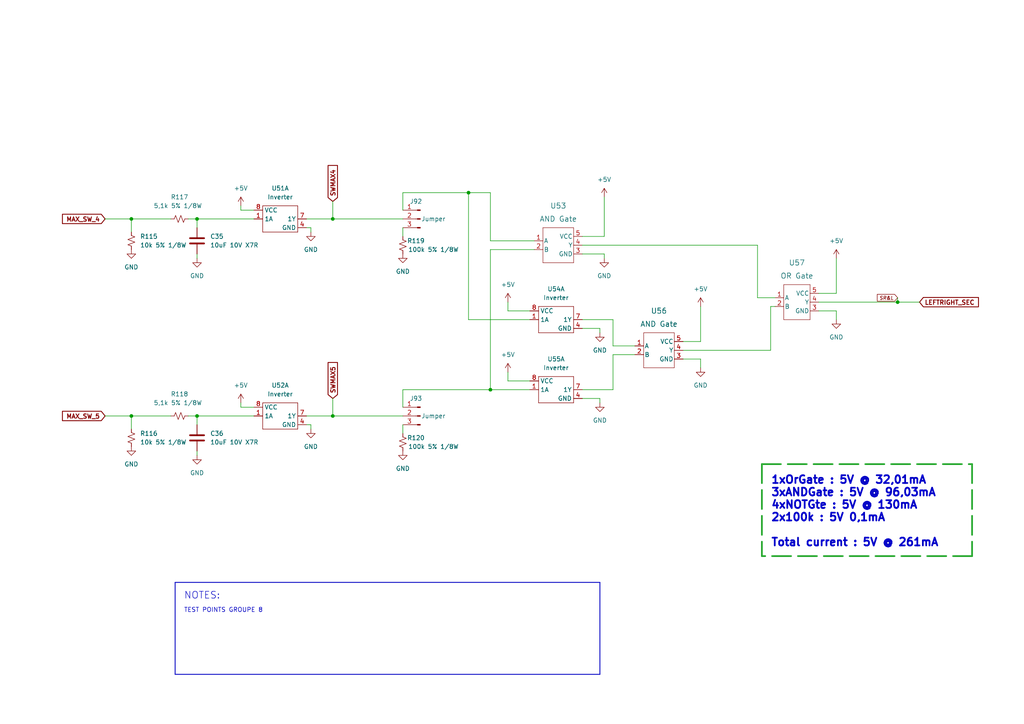
<source format=kicad_sch>
(kicad_sch (version 20211123) (generator eeschema)
  (paper "A4")
  (lib_symbols
    (symbol "Connector:Conn_01x03_Male" (pin_names (offset 1.016) hide)
      (property "Reference" "J" (at 0 5.08 0))
      (property "Value" "Conn_01x03_Male" (at 0 -5.08 0))
      (symbol "Conn_01x03_Male_1_1"
        (polyline (pts (xy 1.27 -2.54) (xy 0.8636 -2.54)) (stroke (width 0.1524)))
        (polyline (pts (xy 1.27 0) (xy 0.8636 0)) (stroke (width 0.1524)))
        (polyline (pts (xy 1.27 2.54) (xy 0.8636 2.54)) (stroke (width 0.1524)))
        (rectangle (start 0.8636 -2.413) (end 0 -2.667) (stroke (width 0.1524)) (fill (type outline)))
        (rectangle (start 0.8636 0.127) (end 0 -0.127) (stroke (width 0.1524)) (fill (type outline)))
        (rectangle (start 0.8636 2.667) (end 0 2.413) (stroke (width 0.1524)) (fill (type outline)))
        (pin passive line (at 5.08 2.54 180) (length 3.81) (name "Pin_1") (number "1"))
        (pin passive line (at 5.08 0 180) (length 3.81) (name "Pin_2") (number "2"))
        (pin passive line (at 5.08 -2.54 180) (length 3.81) (name "Pin_3") (number "3"))
      )
    )
    (symbol "Device:C" (pin_numbers hide) (pin_names (offset 0.254))
      (property "Reference" "C" (at 0.635 2.54 0))
      (property "Value" "C" (at 0.635 -2.54 0))
      (symbol "C_0_1"
        (polyline (pts (xy -2.032 -0.762) (xy 2.032 -0.762)) (stroke (width 0.508)))
        (polyline (pts (xy -2.032 0.762) (xy 2.032 0.762)) (stroke (width 0.508)))
      )
      (symbol "C_1_1"
        (pin passive line (at 0 3.81 270) (length 2.794) (name "~") (number "1"))
        (pin passive line (at 0 -3.81 90) (length 2.794) (name "~") (number "2"))
      )
    )
    (symbol "Device:R_Small_US" (pin_numbers hide) (pin_names (offset 0.254) hide)
      (property "Reference" "R" (at 0.762 0.508 0))
      (property "Value" "R_Small_US" (at 0.762 -1.016 0))
      (symbol "R_Small_US_1_1"
        (polyline (pts (xy 0 0) (xy 1.016 -0.381) (xy 0 -0.762) (xy -1.016 -1.143) (xy 0 -1.524)))
        (polyline (pts (xy 0 1.524) (xy 1.016 1.143) (xy 0 0.762) (xy -1.016 0.381) (xy 0 0)))
        (pin passive line (at 0 2.54 270) (length 1.016) (name "~") (number "1"))
        (pin passive line (at 0 -2.54 90) (length 1.016) (name "~") (number "2"))
      )
    )
    (symbol "SymLib:SN74LVC1G08DBVR" (pin_names (offset 0.254))
      (property "Reference" "U" (at 25.4 10.16 0))
      (property "Value" "SN74LVC1G08DBVR" (at 25.4 7.62 0))
      (symbol "SN74LVC1G08DBVR_0_1"
        (polyline (pts (xy 20.32 -7.62) (xy 29.21 -7.62)) (stroke (width 0.127)))
        (polyline (pts (xy 20.32 2.54) (xy 20.32 -7.62)) (stroke (width 0.127)))
        (polyline (pts (xy 29.21 -7.62) (xy 29.21 2.54)) (stroke (width 0.127)))
        (polyline (pts (xy 29.21 2.54) (xy 20.32 2.54)) (stroke (width 0.127)))
        (pin input line (at 17.78 -1.27 0) (length 2.54) (name "A") (number "1"))
        (pin input line (at 17.78 -3.81 0) (length 2.54) (name "B") (number "2"))
        (pin power_in line (at 31.75 -5.08 180) (length 2.54) (name "GND") (number "3"))
        (pin output line (at 31.75 -2.54 180) (length 2.54) (name "Y") (number "4"))
        (pin power_in line (at 31.75 0 180) (length 2.54) (name "VCC") (number "5"))
      )
    )
    (symbol "SymLib:SN74LVC1G32DBVR" (pin_names (offset 0.254))
      (property "Reference" "U" (at 25.4 10.16 0))
      (property "Value" "SN74LVC1G32DBVR" (at 25.4 7.62 0))
      (symbol "SN74LVC1G32DBVR_0_1"
        (polyline (pts (xy 21.59 -7.62) (xy 29.21 -7.62)) (stroke (width 0.127)))
        (polyline (pts (xy 21.59 2.54) (xy 21.59 -7.62)) (stroke (width 0.127)))
        (polyline (pts (xy 29.21 -7.62) (xy 29.21 2.54)) (stroke (width 0.127)))
        (polyline (pts (xy 29.21 2.54) (xy 21.59 2.54)) (stroke (width 0.127)))
        (pin input line (at 19.05 -1.27 0) (length 2.54) (name "A") (number "1"))
        (pin input line (at 19.05 -3.81 0) (length 2.54) (name "B") (number "2"))
        (pin power_in line (at 31.75 -5.08 180) (length 2.54) (name "GND") (number "3"))
        (pin output line (at 31.75 -2.54 180) (length 2.54) (name "Y") (number "4"))
        (pin power_in line (at 31.75 0 180) (length 2.54) (name "VCC") (number "5"))
      )
    )
    (symbol "SymLib:SN74LVC3G14DCUT_V2"
      (property "Reference" "U" (at -3.81 5.08 0))
      (property "Value" "SN74LVC3G14DCUT_V2" (at 0 -5.08 0))
      (symbol "SN74LVC3G14DCUT_V2_0_1"
        (rectangle (start -5.08 -3.81) (end 5.08 -3.81))
        (rectangle (start -5.08 3.81) (end -5.08 -3.81))
        (rectangle (start -5.08 3.81) (end 5.08 3.81))
        (rectangle (start 5.08 3.81) (end 5.08 -3.81))
      )
      (symbol "SN74LVC3G14DCUT_V2_1_1"
        (pin bidirectional line (at -7.62 0 0) (length 2.54) (name "1A") (number "1"))
        (pin bidirectional line (at 7.62 -2.54 180) (length 2.54) (name "GND") (number "4"))
        (pin output line (at 7.62 0 180) (length 2.54) (name "1Y") (number "7"))
        (pin bidirectional line (at -7.62 2.54 0) (length 2.54) (name "VCC") (number "8"))
      )
      (symbol "SN74LVC3G14DCUT_V2_2_1"
        (pin bidirectional line (at -7.62 0 0) (length 2.54) (name "2A") (number "3"))
        (pin output line (at 7.62 0 180) (length 2.54) (name "2Y") (number "5"))
      )
      (symbol "SN74LVC3G14DCUT_V2_3_1"
        (pin output line (at 7.62 0 180) (length 2.54) (name "3Y") (number "2"))
        (pin bidirectional line (at -7.62 0 0) (length 2.54) (name "3A") (number "6"))
      )
    )
    (symbol "power:+5V" (power) (pin_names (offset 0))
      (property "Value" "+5V" (at 0 3.556 0))
      (symbol "+5V_0_1"
        (polyline (pts (xy -0.762 1.27) (xy 0 2.54)))
        (polyline (pts (xy 0 0) (xy 0 2.54)))
        (polyline (pts (xy 0 2.54) (xy 0.762 1.27)))
      )
      (symbol "+5V_1_1"
        (pin power_in line (at 0 0 90) (length 0) hide (name "+5V") (number "1"))
      )
    )
    (symbol "power:GND" (power) (pin_names (offset 0))
      (property "Value" "GND" (at 0 -3.81 0))
      (symbol "GND_0_1"
        (polyline (pts (xy 0 0) (xy 0 -1.27) (xy 1.27 -1.27) (xy 0 -2.54) (xy -1.27 -1.27) (xy 0 -1.27)))
      )
      (symbol "GND_1_1"
        (pin power_in line (at 0 0 270) (length 0) hide (name "GND") (number "1"))
      )
    )
  )
  (junction (at 57.15 63.5))
  (junction (at 96.52 120.65))
  (junction (at 38.1 63.5))
  (junction (at 260.35 87.63))
  (junction (at 135.89 55.88))
  (junction (at 38.1 120.65))
  (junction (at 96.52 63.5))
  (junction (at 142.24 113.03))
  (junction (at 57.15 120.65))
  (wire (pts (xy 135.89 55.88) (xy 142.24 55.88)))
  (wire (pts (xy 88.9 63.5) (xy 96.52 63.5)))
  (wire (pts (xy 203.2 104.14) (xy 198.12 104.14)))
  (wire (pts (xy 69.85 116.84) (xy 69.85 118.11)))
  (wire (pts (xy 168.91 92.71) (xy 177.8 92.71)))
  (wire (pts (xy 142.24 113.03) (xy 153.67 113.03)))
  (wire (pts (xy 69.85 59.69) (xy 69.85 60.96)))
  (wire (pts (xy 96.52 115.57) (xy 96.52 120.65)))
  (wire (pts (xy 173.99 95.25) (xy 173.99 96.52)))
  (wire (pts (xy 57.15 73.66) (xy 57.15 74.93)))
  (wire (pts (xy 88.9 66.04) (xy 90.17 66.04)))
  (wire (pts (xy 116.84 55.88) (xy 135.89 55.88)))
  (wire (pts (xy 203.2 88.9) (xy 203.2 99.06)))
  (wire (pts (xy 96.52 120.65) (xy 116.84 120.65)))
  (polyline (pts (xy 220.98 134.62) (xy 281.94 134.62)) (stroke (width 0.5) (type dash) (color 37 168 45 1)))
  (polyline (pts (xy 173.99 195.58) (xy 50.8 195.58)) (stroke (width 0.25) (type solid)))
  (wire (pts (xy 242.57 85.09) (xy 237.49 85.09)))
  (wire (pts (xy 88.9 123.19) (xy 90.17 123.19)))
  (wire (pts (xy 177.8 100.33) (xy 184.15 100.33)))
  (wire (pts (xy 116.84 66.04) (xy 116.84 68.58)))
  (wire (pts (xy 135.89 55.88) (xy 135.89 92.71)))
  (wire (pts (xy 57.15 130.81) (xy 57.15 132.08)))
  (wire (pts (xy 242.57 92.71) (xy 242.57 90.17)))
  (wire (pts (xy 135.89 92.71) (xy 153.67 92.71)))
  (wire (pts (xy 142.24 69.85) (xy 154.94 69.85)))
  (wire (pts (xy 168.91 115.57) (xy 173.99 115.57)))
  (wire (pts (xy 88.9 120.65) (xy 96.52 120.65)))
  (wire (pts (xy 30.48 120.65) (xy 38.1 120.65)))
  (wire (pts (xy 57.15 63.5) (xy 73.66 63.5)))
  (wire (pts (xy 177.8 113.03) (xy 177.8 102.87)))
  (polyline (pts (xy 220.98 134.62) (xy 220.98 161.29)) (stroke (width 0.5) (type dash) (color 37 168 45 1)))
  (wire (pts (xy 116.84 118.11) (xy 116.84 113.03)))
  (polyline (pts (xy 281.94 134.62) (xy 281.94 161.29)) (stroke (width 0.5) (type dash) (color 37 168 45 1)))
  (polyline (pts (xy 50.8 168.91) (xy 50.8 195.58)) (stroke (width 0.25) (type solid)))
  (wire (pts (xy 90.17 67.31) (xy 90.17 66.04)))
  (wire (pts (xy 224.79 88.9) (xy 223.52 88.9)))
  (wire (pts (xy 219.71 86.36) (xy 224.79 86.36)))
  (wire (pts (xy 96.52 63.5) (xy 116.84 63.5)))
  (wire (pts (xy 242.57 74.93) (xy 242.57 85.09)))
  (wire (pts (xy 38.1 63.5) (xy 38.1 67.31)))
  (wire (pts (xy 38.1 120.65) (xy 38.1 124.46)))
  (wire (pts (xy 147.32 90.17) (xy 153.67 90.17)))
  (wire (pts (xy 147.32 107.95) (xy 147.32 110.49)))
  (polyline (pts (xy 281.94 161.29) (xy 220.98 161.29)) (stroke (width 0.5) (type dash) (color 37 168 45 1)))
  (wire (pts (xy 177.8 92.71) (xy 177.8 100.33)))
  (wire (pts (xy 142.24 72.39) (xy 154.94 72.39)))
  (wire (pts (xy 242.57 90.17) (xy 237.49 90.17)))
  (wire (pts (xy 90.17 124.46) (xy 90.17 123.19)))
  (wire (pts (xy 116.84 60.96) (xy 116.84 55.88)))
  (wire (pts (xy 57.15 120.65) (xy 54.61 120.65)))
  (wire (pts (xy 168.91 71.12) (xy 219.71 71.12)))
  (wire (pts (xy 38.1 63.5) (xy 49.53 63.5)))
  (wire (pts (xy 168.91 95.25) (xy 173.99 95.25)))
  (wire (pts (xy 96.52 58.42) (xy 96.52 63.5)))
  (wire (pts (xy 38.1 120.65) (xy 49.53 120.65)))
  (wire (pts (xy 30.48 63.5) (xy 38.1 63.5)))
  (wire (pts (xy 175.26 57.15) (xy 175.26 68.58)))
  (wire (pts (xy 57.15 63.5) (xy 57.15 66.04)))
  (wire (pts (xy 177.8 102.87) (xy 184.15 102.87)))
  (wire (pts (xy 173.99 115.57) (xy 173.99 116.84)))
  (wire (pts (xy 73.66 60.96) (xy 69.85 60.96)))
  (wire (pts (xy 219.71 71.12) (xy 219.71 86.36)))
  (wire (pts (xy 168.91 73.66) (xy 175.26 73.66)))
  (wire (pts (xy 223.52 88.9) (xy 223.52 101.6)))
  (wire (pts (xy 203.2 99.06) (xy 198.12 99.06)))
  (wire (pts (xy 223.52 101.6) (xy 198.12 101.6)))
  (wire (pts (xy 175.26 73.66) (xy 175.26 74.93)))
  (wire (pts (xy 203.2 106.68) (xy 203.2 104.14)))
  (wire (pts (xy 57.15 63.5) (xy 54.61 63.5)))
  (wire (pts (xy 168.91 113.03) (xy 177.8 113.03)))
  (wire (pts (xy 142.24 55.88) (xy 142.24 69.85)))
  (polyline (pts (xy 50.8 168.91) (xy 173.99 168.91)) (stroke (width 0.25) (type solid)))
  (wire (pts (xy 57.15 120.65) (xy 73.66 120.65)))
  (wire (pts (xy 116.84 123.19) (xy 116.84 125.73)))
  (wire (pts (xy 260.35 86.36) (xy 260.35 87.63)))
  (wire (pts (xy 116.84 113.03) (xy 142.24 113.03)))
  (wire (pts (xy 175.26 68.58) (xy 168.91 68.58)))
  (wire (pts (xy 142.24 113.03) (xy 142.24 72.39)))
  (polyline (pts (xy 173.99 168.91) (xy 173.99 195.58)) (stroke (width 0.25) (type solid)))
  (wire (pts (xy 73.66 118.11) (xy 69.85 118.11)))
  (wire (pts (xy 237.49 87.63) (xy 260.35 87.63)))
  (wire (pts (xy 147.32 87.63) (xy 147.32 90.17)))
  (wire (pts (xy 147.32 110.49) (xy 153.67 110.49)))
  (wire (pts (xy 57.15 120.65) (xy 57.15 123.19)))
  (wire (pts (xy 260.35 87.63) (xy 266.7 87.63)))
  (text "NOTES:" (at 53.34 173.99 0) (effects (font (size 2 2)) (justify left bottom)))
  (text "1xOrGate : 5V @ 32,01mA\n3xANDGate : 5V @ 96,03mA\n4xNOTGte : 5V @ 130mA\n2x100k : 5V 0,1mA\n\nTotal current : 5V @ 261mA" (at 223.52 158.75 0) (effects (font (size 2.25 2.25) (thickness 0.5) bold) (justify left bottom)))
  (text "TEST POINTS GROUPE 8" (at 53.34 177.8 0) (effects (font (size 1.27 1.27)) (justify left bottom)))
  (global_label "MAX_SW_5" (shape input) (at 30.48 120.65 180) (effects (font (thickness 0.254) bold)) (property "Intersheet References" "${INTERSHEET_REFS}" (effects hide)))
  (global_label "MAX_SW_4" (shape input) (at 30.48 63.5 180) (effects (font (thickness 0.254) bold)) (property "Intersheet References" "${INTERSHEET_REFS}" (effects hide)))
  (global_label "SWMAX4" (shape input) (at 96.52 58.42 90) (effects (font (thickness 0.254) bold)) (property "Intersheet References" "${INTERSHEET_REFS}" (effects hide)))
  (global_label "LEFTRIGHT_SEC" (shape input) (at 266.7 87.63 0) (effects (font (thickness 0.254) bold)) (property "Intersheet References" "${INTERSHEET_REFS}" (effects hide)))
  (global_label "SR&L" (shape input) (at 260.35 86.36 180) (effects (font (size 1 1) italic)) (property "Intersheet References" "${INTERSHEET_REFS}" (effects hide)))
  (global_label "SWMAX5" (shape input) (at 96.52 115.57 90) (effects (font (thickness 0.254) bold)) (property "Intersheet References" "${INTERSHEET_REFS}" (effects hide)))
  (symbol (lib_id "Device:C") (at 57.15 127 0) (unit 1)
    (property "Reference" "C36" (at 60.96 125.7299 0) (effects (justify left)))
    (property "Value" "10uF 10V X7R" (at 60.96 128.2699 0) (effects (justify left)))
    (property "Footprint" "Capacitor_SMD:C_0805_2012Metric" (effects hide))
    (property "MANUFACTURER" "Murata Electronics" (effects hide))
    (property "PACKAGE" "0805 (2012 Metric)" (effects hide))
    (property "PART NUMBER" "GRM21BR71A106KA73L" (effects hide))
    (property "TYPE" "SMD" (effects hide))
    (property "DESCRIPTION" "10 µF ±10% 10V Ceramic Capacitor X7R 0805 (2012 Metric)" (effects hide))
  )
  (symbol (lib_id "power:GND") (at 57.15 132.08 0) (unit 1)
    (property "Reference" "#PWR0333" (effects hide))
    (property "Value" "GND" (at 57.15 137.16 0))
  )
  (symbol (lib_id "power:+5V") (at 242.57 74.93 0) (unit 1)
    (property "Reference" "#PWR0348" (effects hide))
    (property "Value" "+5V" (at 242.57 69.85 0))
  )
  (symbol (lib_id "SymLib:SN74LVC1G08DBVR") (at 137.16 68.58 0) (unit 1)
    (property "Reference" "U53" (at 161.925 59.69 0) (effects (font (size 1.524 1.524))))
    (property "Value" "AND Gate" (at 161.925 63.5 0) (effects (font (size 1.524 1.524))))
    (property "Footprint" "FootPrint:SOT95P270X145-5N" (effects hide))
    (property "DESCRIPTION" "AND Gate IC 1 Channel SOT-23-5" (effects hide))
    (property "MANUFACTURER" "Texas Instruments" (effects hide))
    (property "PACKAGE" "SC-74A, SOT-753" (effects hide))
    (property "PART NUMBER" "SN74LVC1G08DBVR" (effects hide))
    (property "TYPE" "SMD" (effects hide))
  )
  (symbol (lib_id "power:+5V") (at 147.32 87.63 0) (unit 1)
    (property "Reference" "#PWR0340" (effects hide))
    (property "Value" "+5V" (at 147.32 82.55 0))
  )
  (symbol (lib_id "SymLib:SN74LVC3G14DCUT_V2") (at 81.28 63.5 0) (unit 1)
    (property "Reference" "U51" (at 81.28 54.61 0))
    (property "Value" "Inverter" (at 81.28 57.15 0))
    (property "Footprint" "FootPrint:SN74LVC3G14DCUT" (effects hide))
    (property "DESCRIPTION" "Inverter IC 3 Channel Schmitt Trigger 8-VSSOP" (effects hide))
    (property "MANUFACTURER" "Texas Instruments" (effects hide))
    (property "PACKAGE" "8-VFSOP (0.091\", 2.30mm Width)" (effects hide))
    (property "PART NUMBER" "SN74LVC3G14DCUT" (effects hide))
    (property "TYPE" "SMD" (effects hide))
  )
  (symbol (lib_id "Device:R_Small_US") (at 116.84 71.12 0) (unit 1)
    (property "Reference" "R119" (at 120.65 69.85 0))
    (property "Value" "100k 5% 1/8W" (at 125.73 72.39 0))
    (property "Footprint" "Resistor_SMD:R_0805_2012Metric" (effects hide))
    (property "MANUFACTURER" "Panasonic Electronic Components" (effects hide))
    (property "PACKAGE" "0805 (2012 Metric)" (effects hide))
    (property "PART NUMBER" "ERJ-6GEYJ104V" (effects hide))
    (property "TYPE" "SMD" (effects hide))
    (property "DESCRIPTION" "100 kOhms ±5% 0.125W, 1/8W Chip Resistor 0805 (2012 Metric) Automotive AEC-Q200 Thick Film" (effects hide))
  )
  (symbol (lib_id "power:GND") (at 173.99 116.84 0) (unit 1)
    (property "Reference" "#PWR0343" (effects hide))
    (property "Value" "GND" (at 173.99 121.92 0))
  )
  (symbol (lib_id "Device:R_Small_US") (at 38.1 69.85 0) (unit 1)
    (property "Reference" "R115" (at 40.64 68.5799 0) (effects (justify left)))
    (property "Value" "10k 5% 1/8W" (at 40.64 71.1199 0) (effects (justify left)))
    (property "Footprint" "Resistor_SMD:R_0805_2012Metric" (effects hide))
    (property "PACKAGE" "0805 (2012 Metric)" (effects hide))
    (property "PART NUMBER" "ERJ-6GEYJ103V" (effects hide))
    (property "TYPE" "SMD" (effects hide))
    (property "MANUFACTURER" "Panasonic Electronic Components" (effects hide))
    (property "DESCRIPTION" "10 kOhms ±5% 0.125W, 1/8W Chip Resistor 0805 (2012 Metric) Automotive AEC-Q200 Thick Film" (effects hide))
  )
  (symbol (lib_id "Device:R_Small_US") (at 52.07 120.65 90) (unit 1)
    (property "Reference" "R118" (at 52.07 114.3 90))
    (property "Value" "5,1k 5% 1/8W " (at 52.07 116.84 90))
    (property "Footprint" "Resistor_SMD:R_0805_2012Metric" (effects hide))
    (property "MANUFACTURER" "Panasonic Electronic Components" (effects hide))
    (property "PACKAGE" "0805 (2012 Metric)" (effects hide))
    (property "PART NUMBER" "ERJ-6GEYJ512V" (effects hide))
    (property "TYPE" "SMD" (effects hide))
    (property "DESCRIPTION" "5.1 kOhms ±5% 0.125W, 1/8W Chip Resistor 0805 (2012 Metric) Automotive AEC-Q200 Thick Film" (effects hide))
  )
  (symbol (lib_id "power:+5V") (at 69.85 59.69 0) (unit 1)
    (property "Reference" "#PWR0334" (effects hide))
    (property "Value" "+5V" (at 69.85 54.61 0))
  )
  (symbol (lib_id "Device:R_Small_US") (at 52.07 63.5 90) (unit 1)
    (property "Reference" "R117" (at 52.07 57.15 90))
    (property "Value" "5,1k 5% 1/8W " (at 52.07 59.69 90))
    (property "Footprint" "Resistor_SMD:R_0805_2012Metric" (effects hide))
    (property "MANUFACTURER" "Panasonic Electronic Components" (effects hide))
    (property "PACKAGE" "0805 (2012 Metric)" (effects hide))
    (property "PART NUMBER" "ERJ-6GEYJ512V" (effects hide))
    (property "TYPE" "SMD" (effects hide))
    (property "DESCRIPTION" "5.1 kOhms ±5% 0.125W, 1/8W Chip Resistor 0805 (2012 Metric) Automotive AEC-Q200 Thick Film" (effects hide))
  )
  (symbol (lib_id "Connector:Conn_01x03_Male") (at 121.92 120.65 0) (mirror y) (unit 1)
    (property "Reference" "J93" (at 120.65 115.57 0))
    (property "Value" "Jumper" (at 125.73 120.65 0))
    (property "Footprint" "Connector_PinSocket_2.54mm:PinSocket_1x03_P2.54mm_Vertical" (effects hide))
    (property "DESCRIPTION" "CONN HEADER VERT 3POS 2.54MM" (effects hide))
    (property "MANUFACTURER" "Würth Elektronik" (effects hide))
    (property "PACKAGE" "Square 0.100\" (2.54mm)" (effects hide))
    (property "PART NUMBER" "61300311121" (effects hide))
    (property "TYPE" "Through Hole" (effects hide))
  )
  (symbol (lib_id "SymLib:SN74LVC3G14DCUT_V2") (at 81.28 120.65 0) (unit 1)
    (property "Reference" "U52" (at 81.28 111.76 0))
    (property "Value" "Inverter" (at 81.28 114.3 0))
    (property "Footprint" "FootPrint:SN74LVC3G14DCUT" (effects hide))
    (property "DESCRIPTION" "Inverter IC 3 Channel Schmitt Trigger 8-VSSOP" (effects hide))
    (property "MANUFACTURER" "Texas Instruments" (effects hide))
    (property "PACKAGE" "8-VFSOP (0.091\", 2.30mm Width)" (effects hide))
    (property "PART NUMBER" "SN74LVC3G14DCUT" (effects hide))
    (property "TYPE" "SMD" (effects hide))
  )
  (symbol (lib_id "Connector:Conn_01x03_Male") (at 121.92 63.5 0) (mirror y) (unit 1)
    (property "Reference" "J92" (at 120.65 58.42 0))
    (property "Value" "Jumper" (at 125.73 63.5 0))
    (property "Footprint" "Connector_PinSocket_2.54mm:PinSocket_1x03_P2.54mm_Vertical" (effects hide))
    (property "DESCRIPTION" "CONN HEADER VERT 3POS 2.54MM" (effects hide))
    (property "MANUFACTURER" "Würth Elektronik" (effects hide))
    (property "PACKAGE" "Square 0.100\" (2.54mm)" (effects hide))
    (property "PART NUMBER" "61300311121" (effects hide))
    (property "TYPE" "Through Hole" (effects hide))
  )
  (symbol (lib_id "SymLib:SN74LVC3G14DCUT_V2") (at 161.29 113.03 0) (unit 1)
    (property "Reference" "U55" (at 161.29 104.14 0))
    (property "Value" "Inverter" (at 161.29 106.68 0))
    (property "Footprint" "FootPrint:SN74LVC3G14DCUT" (effects hide))
    (property "DESCRIPTION" "Inverter IC 3 Channel Schmitt Trigger 8-VSSOP" (effects hide))
    (property "MANUFACTURER" "Texas Instruments" (effects hide))
    (property "PACKAGE" "8-VFSOP (0.091\", 2.30mm Width)" (effects hide))
    (property "PART NUMBER" "SN74LVC3G14DCUT" (effects hide))
    (property "TYPE" "SMD" (effects hide))
  )
  (symbol (lib_id "Device:R_Small_US") (at 38.1 127 0) (unit 1)
    (property "Reference" "R116" (at 40.64 125.7299 0) (effects (justify left)))
    (property "Value" "10k 5% 1/8W" (at 40.64 128.2699 0) (effects (justify left)))
    (property "Footprint" "Resistor_SMD:R_0805_2012Metric" (effects hide))
    (property "PACKAGE" "0805 (2012 Metric)" (effects hide))
    (property "PART NUMBER" "ERJ-6GEYJ103V" (effects hide))
    (property "TYPE" "SMD" (effects hide))
    (property "MANUFACTURER" "Panasonic Electronic Components" (effects hide))
    (property "DESCRIPTION" "10 kOhms ±5% 0.125W, 1/8W Chip Resistor 0805 (2012 Metric) Automotive AEC-Q200 Thick Film" (effects hide))
  )
  (symbol (lib_id "SymLib:SN74LVC3G14DCUT_V2") (at 161.29 92.71 0) (unit 1)
    (property "Reference" "U54" (at 161.29 83.82 0))
    (property "Value" "Inverter" (at 161.29 86.36 0))
    (property "Footprint" "FootPrint:SN74LVC3G14DCUT" (effects hide))
    (property "DESCRIPTION" "Inverter IC 3 Channel Schmitt Trigger 8-VSSOP" (effects hide))
    (property "MANUFACTURER" "Texas Instruments" (effects hide))
    (property "PACKAGE" "8-VFSOP (0.091\", 2.30mm Width)" (effects hide))
    (property "PART NUMBER" "SN74LVC3G14DCUT" (effects hide))
    (property "TYPE" "SMD" (effects hide))
  )
  (symbol (lib_id "SymLib:SN74LVC1G08DBVR") (at 166.37 99.06 0) (unit 1)
    (property "Reference" "U56" (at 191.135 90.17 0) (effects (font (size 1.524 1.524))))
    (property "Value" "AND Gate" (at 191.135 93.98 0) (effects (font (size 1.524 1.524))))
    (property "Footprint" "FootPrint:SOT95P270X145-5N" (effects hide))
    (property "DESCRIPTION" "AND Gate IC 1 Channel SOT-23-5" (effects hide))
    (property "MANUFACTURER" "Texas Instruments" (effects hide))
    (property "PACKAGE" "SC-74A, SOT-753" (effects hide))
    (property "PART NUMBER" "SN74LVC1G08DBVR" (effects hide))
    (property "TYPE" "SMD" (effects hide))
  )
  (symbol (lib_id "power:GND") (at 90.17 124.46 0) (unit 1)
    (property "Reference" "#PWR0337" (effects hide))
    (property "Value" "GND" (at 90.17 129.54 0))
  )
  (symbol (lib_id "power:GND") (at 116.84 130.81 0) (unit 1)
    (property "Reference" "#PWR0339" (effects hide))
    (property "Value" "GND" (at 116.84 135.89 0))
  )
  (symbol (lib_id "power:+5V") (at 175.26 57.15 0) (unit 1)
    (property "Reference" "#PWR0344" (effects hide))
    (property "Value" "+5V" (at 175.26 52.07 0))
  )
  (symbol (lib_id "power:GND") (at 57.15 74.93 0) (unit 1)
    (property "Reference" "#PWR0332" (effects hide))
    (property "Value" "GND" (at 57.15 80.01 0))
  )
  (symbol (lib_id "Device:C") (at 57.15 69.85 0) (unit 1)
    (property "Reference" "C35" (at 60.96 68.5799 0) (effects (justify left)))
    (property "Value" "10uF 10V X7R" (at 60.96 71.1199 0) (effects (justify left)))
    (property "Footprint" "Capacitor_SMD:C_0805_2012Metric" (effects hide))
    (property "MANUFACTURER" "Murata Electronics" (effects hide))
    (property "PACKAGE" "0805 (2012 Metric)" (effects hide))
    (property "PART NUMBER" "GRM21BR71A106KA73L" (effects hide))
    (property "TYPE" "SMD" (effects hide))
    (property "DESCRIPTION" "10 µF ±10% 10V Ceramic Capacitor X7R 0805 (2012 Metric)" (effects hide))
  )
  (symbol (lib_id "power:+5V") (at 147.32 107.95 0) (unit 1)
    (property "Reference" "#PWR0341" (effects hide))
    (property "Value" "+5V" (at 147.32 102.87 0))
  )
  (symbol (lib_id "power:GND") (at 173.99 96.52 0) (unit 1)
    (property "Reference" "#PWR0342" (effects hide))
    (property "Value" "GND" (at 173.99 101.6 0))
  )
  (symbol (lib_id "power:GND") (at 175.26 74.93 0) (unit 1)
    (property "Reference" "#PWR0345" (effects hide))
    (property "Value" "GND" (at 175.26 80.01 0))
  )
  (symbol (lib_id "SymLib:SN74LVC1G32DBVR") (at 205.74 85.09 0) (unit 1)
    (property "Reference" "U57" (at 231.14 76.2 0) (effects (font (size 1.524 1.524))))
    (property "Value" "OR Gate" (at 231.14 80.01 0) (effects (font (size 1.524 1.524))))
    (property "Footprint" "FootPrint:SOT95P270X145-5N" (effects hide))
    (property "DESCRIPTION" "OR Gate IC 1 Channel SOT-23-5" (effects hide))
    (property "MANUFACTURER" "Texas Instruments" (effects hide))
    (property "PACKAGE" "SC-74A, SOT-753" (effects hide))
    (property "PART NUMBER" "SN74LVC1G32DBVR" (effects hide))
    (property "TYPE" "SMD" (effects hide))
  )
  (symbol (lib_id "power:+5V") (at 203.2 88.9 0) (unit 1)
    (property "Reference" "#PWR0346" (effects hide))
    (property "Value" "+5V" (at 203.2 83.82 0))
  )
  (symbol (lib_id "power:GND") (at 203.2 106.68 0) (unit 1)
    (property "Reference" "#PWR0347" (effects hide))
    (property "Value" "GND" (at 203.2 111.76 0))
  )
  (symbol (lib_id "Device:R_Small_US") (at 116.84 128.27 0) (unit 1)
    (property "Reference" "R120" (at 120.65 127 0))
    (property "Value" "100k 5% 1/8W" (at 125.73 129.54 0))
    (property "Footprint" "Resistor_SMD:R_0805_2012Metric" (effects hide))
    (property "MANUFACTURER" "Panasonic Electronic Components" (effects hide))
    (property "PACKAGE" "0805 (2012 Metric)" (effects hide))
    (property "PART NUMBER" "ERJ-6GEYJ104V" (effects hide))
    (property "TYPE" "SMD" (effects hide))
    (property "DESCRIPTION" "100 kOhms ±5% 0.125W, 1/8W Chip Resistor 0805 (2012 Metric) Automotive AEC-Q200 Thick Film" (effects hide))
  )
  (symbol (lib_id "power:GND") (at 38.1 129.54 0) (unit 1)
    (property "Reference" "#PWR0331" (effects hide))
    (property "Value" "GND" (at 38.1 134.62 0))
  )
  (symbol (lib_id "power:GND") (at 116.84 73.66 0) (unit 1)
    (property "Reference" "#PWR0338" (effects hide))
    (property "Value" "GND" (at 116.84 78.74 0))
  )
  (symbol (lib_id "power:GND") (at 38.1 72.39 0) (unit 1)
    (property "Reference" "#PWR0330" (effects hide))
    (property "Value" "GND" (at 38.1 77.47 0))
  )
  (symbol (lib_id "power:GND") (at 90.17 67.31 0) (unit 1)
    (property "Reference" "#PWR0336" (effects hide))
    (property "Value" "GND" (at 90.17 72.39 0))
  )
  (symbol (lib_id "power:GND") (at 242.57 92.71 0) (unit 1)
    (property "Reference" "#PWR0349" (effects hide))
    (property "Value" "GND" (at 242.57 97.79 0))
  )
  (symbol (lib_id "power:+5V") (at 69.85 116.84 0) (unit 1)
    (property "Reference" "#PWR0335" (effects hide))
    (property "Value" "+5V" (at 69.85 111.76 0))
  )
)
</source>
